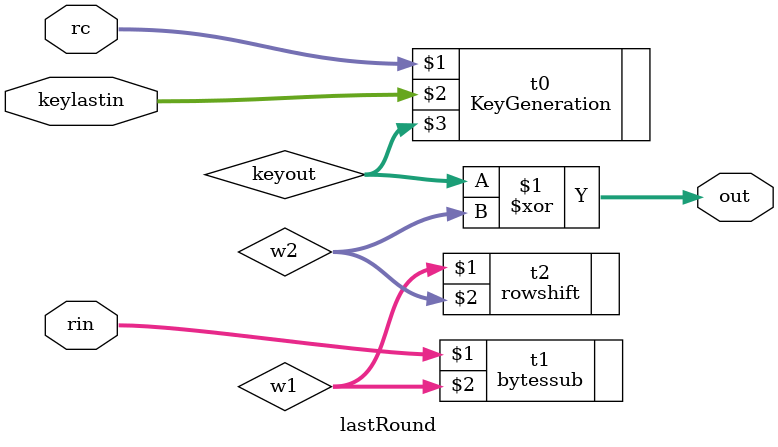
<source format=v>

module lastRound(rc,rin,keylastin,out);

input [3:0]rc;
input [127:0]rin;
input [127:0]keylastin;
output [127:0]out;

wire [127:0] w1,w2,keyout;

KeyGeneration t0(rc,keylastin,keyout);
bytessub t1(rin,w1);
rowshift t2(w1,w2);
assign out= keyout^w2;

endmodule
</source>
